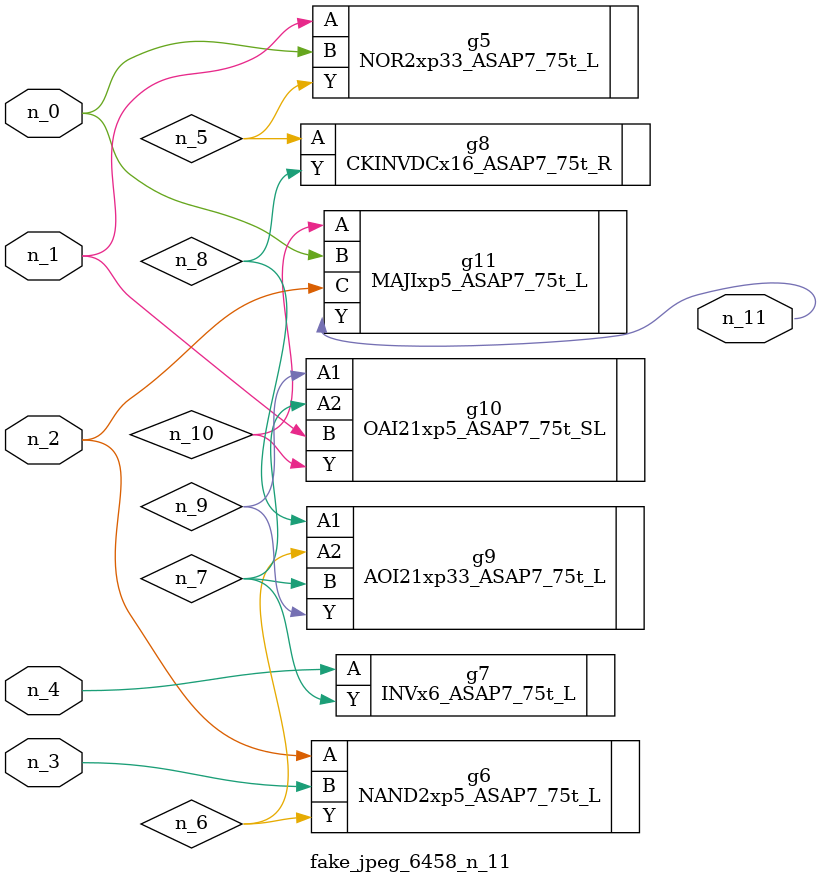
<source format=v>
module fake_jpeg_6458_n_11 (n_3, n_2, n_1, n_0, n_4, n_11);

input n_3;
input n_2;
input n_1;
input n_0;
input n_4;

output n_11;

wire n_10;
wire n_8;
wire n_9;
wire n_6;
wire n_5;
wire n_7;

NOR2xp33_ASAP7_75t_L g5 ( 
.A(n_1),
.B(n_0),
.Y(n_5)
);

NAND2xp5_ASAP7_75t_L g6 ( 
.A(n_2),
.B(n_3),
.Y(n_6)
);

INVx6_ASAP7_75t_L g7 ( 
.A(n_4),
.Y(n_7)
);

CKINVDCx16_ASAP7_75t_R g8 ( 
.A(n_5),
.Y(n_8)
);

AOI21xp33_ASAP7_75t_L g9 ( 
.A1(n_8),
.A2(n_6),
.B(n_7),
.Y(n_9)
);

OAI21xp5_ASAP7_75t_SL g10 ( 
.A1(n_9),
.A2(n_7),
.B(n_1),
.Y(n_10)
);

MAJIxp5_ASAP7_75t_L g11 ( 
.A(n_10),
.B(n_0),
.C(n_2),
.Y(n_11)
);


endmodule
</source>
